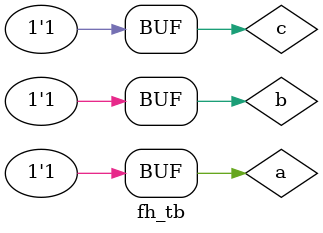
<source format=v>
module fh_tb;
  reg a,b,c;
  wire s,Cout;
  fh u1(a,b,c,s,Cout);
  initial begin
    $dumpfile("dump.vcd"); $dumpvars;
    $display("i/p|---o/p---");
    $display("a,b,c|s,Cout");
    $monitor("%b %b %b|%b %b", a,b,c,s,Cout);
    
    a=0;b=0;c=0; #2;
    a=0;b=0;c=1; #2;
    a=0;b=1;c=0; #2;
    a=0;b=1;c=1; #2;
    a=1;b=0;c=0; #2;
    a=1;b=0;c=1; #2;
    a=1;b=1;c=0; #2;
    a=1;b=1;c=1; #2;
  end
endmodule

</source>
